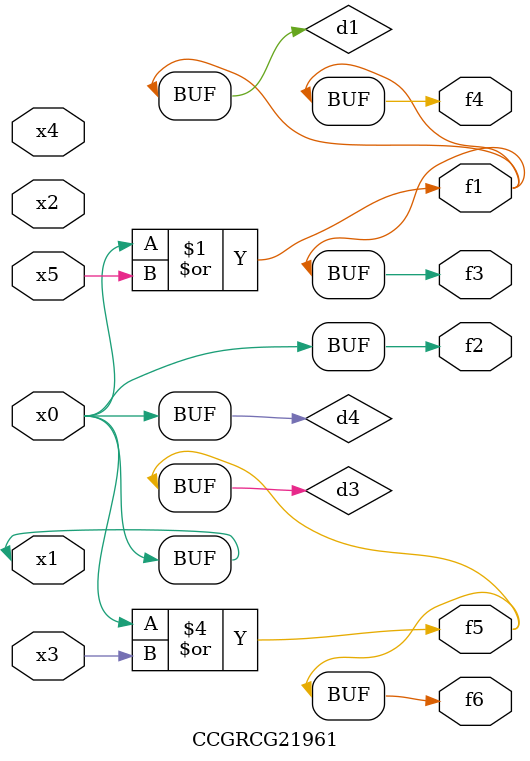
<source format=v>
module CCGRCG21961(
	input x0, x1, x2, x3, x4, x5,
	output f1, f2, f3, f4, f5, f6
);

	wire d1, d2, d3, d4;

	or (d1, x0, x5);
	xnor (d2, x1, x4);
	or (d3, x0, x3);
	buf (d4, x0, x1);
	assign f1 = d1;
	assign f2 = d4;
	assign f3 = d1;
	assign f4 = d1;
	assign f5 = d3;
	assign f6 = d3;
endmodule

</source>
